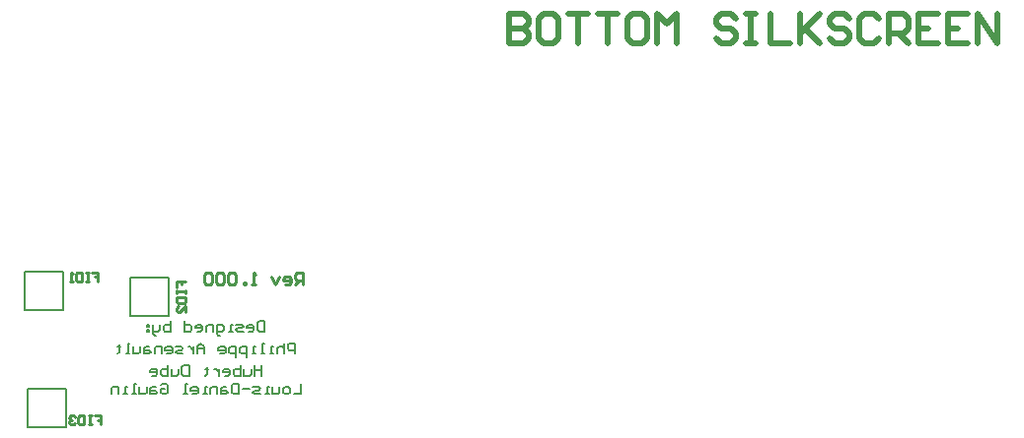
<source format=gbo>
G04*
G04 #@! TF.GenerationSoftware,Altium Limited,Altium Designer,21.2.2 (38)*
G04*
G04 Layer_Color=32896*
%FSLAX44Y44*%
%MOMM*%
G71*
G04*
G04 #@! TF.SameCoordinates,80088197-9D36-4DC1-8D3F-1B36901E71C6*
G04*
G04*
G04 #@! TF.FilePolarity,Positive*
G04*
G01*
G75*
%ADD11C,0.1270*%
%ADD12C,0.2540*%
%ADD13C,0.5080*%
%ADD49C,0.2032*%
%ADD50C,0.2286*%
D11*
X94817Y100931D02*
Y133951D01*
X127837Y100931D02*
Y133951D01*
X94817Y100931D02*
X127837D01*
X94817Y133951D02*
X127837D01*
X5052Y106253D02*
Y139273D01*
X38072Y106253D02*
Y139273D01*
X5052Y106253D02*
X38072D01*
X5052Y139273D02*
X38072D01*
X6801Y5803D02*
Y38823D01*
X39821Y5803D02*
Y38823D01*
X6801Y5803D02*
X39821D01*
X6801Y38823D02*
X39821D01*
D12*
X135104Y126067D02*
Y131145D01*
X138912D01*
Y128606D01*
Y131145D01*
X142721D01*
X135104Y123528D02*
Y120989D01*
Y122258D01*
X142721D01*
Y123528D01*
Y120989D01*
X135104Y117180D02*
X142721D01*
Y113371D01*
X141452Y112101D01*
X136373D01*
X135104Y113371D01*
Y117180D01*
X142721Y104484D02*
Y109562D01*
X137643Y104484D01*
X136373D01*
X135104Y105753D01*
Y108293D01*
X136373Y109562D01*
X62316Y138446D02*
X67394D01*
Y134637D01*
X64855D01*
X67394D01*
Y130829D01*
X59776Y138446D02*
X57237D01*
X58507D01*
Y130829D01*
X59776D01*
X57237D01*
X53428Y138446D02*
Y130829D01*
X49620D01*
X48350Y132098D01*
Y137177D01*
X49620Y138446D01*
X53428D01*
X45811Y130829D02*
X43272D01*
X44541D01*
Y138446D01*
X45811Y137177D01*
X64715Y15597D02*
X69794D01*
Y11788D01*
X67255D01*
X69794D01*
Y7980D01*
X62176Y15597D02*
X59637D01*
X60907D01*
Y7980D01*
X62176D01*
X59637D01*
X55828Y15597D02*
Y7980D01*
X52019D01*
X50750Y9249D01*
Y14327D01*
X52019Y15597D01*
X55828D01*
X48211Y14327D02*
X46941Y15597D01*
X44402D01*
X43132Y14327D01*
Y13058D01*
X44402Y11788D01*
X45671D01*
X44402D01*
X43132Y10519D01*
Y9249D01*
X44402Y7980D01*
X46941D01*
X48211Y9249D01*
D13*
X420179Y361493D02*
Y336101D01*
X432875D01*
X437107Y340333D01*
Y344565D01*
X432875Y348797D01*
X420179D01*
X432875D01*
X437107Y353029D01*
Y357261D01*
X432875Y361493D01*
X420179D01*
X458267D02*
X449803D01*
X445571Y357261D01*
Y340333D01*
X449803Y336101D01*
X458267D01*
X462499Y340333D01*
Y357261D01*
X458267Y361493D01*
X470963D02*
X487891D01*
X479427D01*
Y336101D01*
X496354Y361493D02*
X513282D01*
X504818D01*
Y336101D01*
X534442Y361493D02*
X525978D01*
X521746Y357261D01*
Y340333D01*
X525978Y336101D01*
X534442D01*
X538674Y340333D01*
Y357261D01*
X534442Y361493D01*
X547138Y336101D02*
Y361493D01*
X555602Y353029D01*
X564066Y361493D01*
Y336101D01*
X614850Y357261D02*
X610618Y361493D01*
X602154D01*
X597922Y357261D01*
Y353029D01*
X602154Y348797D01*
X610618D01*
X614850Y344565D01*
Y340333D01*
X610618Y336101D01*
X602154D01*
X597922Y340333D01*
X623313Y361493D02*
X631777D01*
X627546D01*
Y336101D01*
X623313D01*
X631777D01*
X644473Y361493D02*
Y336101D01*
X661401D01*
X669865Y361493D02*
Y336101D01*
Y344565D01*
X686793Y361493D01*
X674097Y348797D01*
X686793Y336101D01*
X712185Y357261D02*
X707953Y361493D01*
X699489D01*
X695257Y357261D01*
Y353029D01*
X699489Y348797D01*
X707953D01*
X712185Y344565D01*
Y340333D01*
X707953Y336101D01*
X699489D01*
X695257Y340333D01*
X737577Y357261D02*
X733345Y361493D01*
X724881D01*
X720649Y357261D01*
Y340333D01*
X724881Y336101D01*
X733345D01*
X737577Y340333D01*
X746040Y336101D02*
Y361493D01*
X758736D01*
X762968Y357261D01*
Y348797D01*
X758736Y344565D01*
X746040D01*
X754504D02*
X762968Y336101D01*
X788360Y361493D02*
X771432D01*
Y336101D01*
X788360D01*
X771432Y348797D02*
X779896D01*
X813752Y361493D02*
X796824D01*
Y336101D01*
X813752D01*
X796824Y348797D02*
X805288D01*
X822216Y336101D02*
Y361493D01*
X839144Y336101D01*
Y361493D01*
D49*
X210530Y96711D02*
Y87570D01*
X205959D01*
X204436Y89093D01*
Y95187D01*
X205959Y96711D01*
X210530D01*
X196818Y87570D02*
X199865D01*
X201389Y89093D01*
Y92140D01*
X199865Y93664D01*
X196818D01*
X195295Y92140D01*
Y90617D01*
X201389D01*
X192248Y87570D02*
X187677D01*
X186154Y89093D01*
X187677Y90617D01*
X190724D01*
X192248Y92140D01*
X190724Y93664D01*
X186154D01*
X183106Y87570D02*
X180060D01*
X181583D01*
Y93664D01*
X183106D01*
X172442Y84523D02*
X170919D01*
X169395Y86046D01*
Y93664D01*
X173965D01*
X175489Y92140D01*
Y89093D01*
X173965Y87570D01*
X169395D01*
X166348D02*
Y93664D01*
X161777D01*
X160254Y92140D01*
Y87570D01*
X152636D02*
X155683D01*
X157207Y89093D01*
Y92140D01*
X155683Y93664D01*
X152636D01*
X151113Y92140D01*
Y90617D01*
X157207D01*
X141972Y96711D02*
Y87570D01*
X146542D01*
X148066Y89093D01*
Y92140D01*
X146542Y93664D01*
X141972D01*
X129784Y96711D02*
Y87570D01*
X125213D01*
X123690Y89093D01*
Y90617D01*
Y92140D01*
X125213Y93664D01*
X129784D01*
X120643D02*
Y89093D01*
X119119Y87570D01*
X114549D01*
Y86046D01*
X116072Y84523D01*
X117596D01*
X114549Y87570D02*
Y93664D01*
X111502D02*
X109978D01*
Y92140D01*
X111502D01*
Y93664D01*
Y89093D02*
X109978D01*
Y87570D01*
X111502D01*
Y89093D01*
X236429Y68677D02*
Y77818D01*
X231859D01*
X230335Y76294D01*
Y73247D01*
X231859Y71724D01*
X236429D01*
X227288Y77818D02*
Y68677D01*
Y73247D01*
X225765Y74771D01*
X222718D01*
X221194Y73247D01*
Y68677D01*
X218147D02*
X215100D01*
X216624D01*
Y74771D01*
X218147D01*
X210530Y68677D02*
X207483D01*
X209006D01*
Y77818D01*
X210530D01*
X202912Y68677D02*
X199865D01*
X201389D01*
Y74771D01*
X202912D01*
X195295Y65630D02*
Y74771D01*
X190724D01*
X189201Y73247D01*
Y70200D01*
X190724Y68677D01*
X195295D01*
X186154Y65630D02*
Y74771D01*
X181583D01*
X180060Y73247D01*
Y70200D01*
X181583Y68677D01*
X186154D01*
X172442D02*
X175489D01*
X177013Y70200D01*
Y73247D01*
X175489Y74771D01*
X172442D01*
X170919Y73247D01*
Y71724D01*
X177013D01*
X158730Y68677D02*
Y74771D01*
X155683Y77818D01*
X152636Y74771D01*
Y68677D01*
Y73247D01*
X158730D01*
X149589Y74771D02*
Y68677D01*
Y71724D01*
X148066Y73247D01*
X146542Y74771D01*
X145019D01*
X140448Y68677D02*
X135878D01*
X134354Y70200D01*
X135878Y71724D01*
X138925D01*
X140448Y73247D01*
X138925Y74771D01*
X134354D01*
X126737Y68677D02*
X129784D01*
X131307Y70200D01*
Y73247D01*
X129784Y74771D01*
X126737D01*
X125213Y73247D01*
Y71724D01*
X131307D01*
X122166Y68677D02*
Y74771D01*
X117596D01*
X116072Y73247D01*
Y68677D01*
X111502Y74771D02*
X108455D01*
X106931Y73247D01*
Y68677D01*
X111502D01*
X113025Y70200D01*
X111502Y71724D01*
X106931D01*
X103884Y74771D02*
Y70200D01*
X102361Y68677D01*
X97790D01*
Y74771D01*
X94743Y68677D02*
X91696D01*
X93219D01*
Y77818D01*
X94743D01*
X85602Y76294D02*
Y74771D01*
X87126D01*
X84079D01*
X85602D01*
Y70200D01*
X84079Y68677D01*
X208244Y58925D02*
Y49784D01*
Y54354D01*
X202150D01*
Y58925D01*
Y49784D01*
X199103Y55878D02*
Y51307D01*
X197580Y49784D01*
X193009D01*
Y55878D01*
X189962Y58925D02*
Y49784D01*
X185392D01*
X183868Y51307D01*
Y52831D01*
Y54354D01*
X185392Y55878D01*
X189962D01*
X176251Y49784D02*
X179298D01*
X180821Y51307D01*
Y54354D01*
X179298Y55878D01*
X176251D01*
X174727Y54354D01*
Y52831D01*
X180821D01*
X171680Y55878D02*
Y49784D01*
Y52831D01*
X170157Y54354D01*
X168633Y55878D01*
X167110D01*
X161016Y57401D02*
Y55878D01*
X162539D01*
X159492D01*
X161016D01*
Y51307D01*
X159492Y49784D01*
X145781Y58925D02*
Y49784D01*
X141210D01*
X139686Y51307D01*
Y57401D01*
X141210Y58925D01*
X145781D01*
X136639Y55878D02*
Y51307D01*
X135116Y49784D01*
X130546D01*
Y55878D01*
X127498Y58925D02*
Y49784D01*
X122928D01*
X121404Y51307D01*
Y52831D01*
Y54354D01*
X122928Y55878D01*
X127498D01*
X113787Y49784D02*
X116834D01*
X118357Y51307D01*
Y54354D01*
X116834Y55878D01*
X113787D01*
X112263Y54354D01*
Y52831D01*
X118357D01*
X241762Y43079D02*
Y33938D01*
X235668D01*
X231097D02*
X228050D01*
X226527Y35461D01*
Y38508D01*
X228050Y40032D01*
X231097D01*
X232621Y38508D01*
Y35461D01*
X231097Y33938D01*
X223479Y40032D02*
Y35461D01*
X221956Y33938D01*
X217386D01*
Y40032D01*
X214338Y33938D02*
X211291D01*
X212815D01*
Y40032D01*
X214338D01*
X206721Y33938D02*
X202150D01*
X200627Y35461D01*
X202150Y36985D01*
X205197D01*
X206721Y38508D01*
X205197Y40032D01*
X200627D01*
X197580Y38508D02*
X191486D01*
X188439Y43079D02*
Y33938D01*
X183868D01*
X182345Y35461D01*
Y41555D01*
X183868Y43079D01*
X188439D01*
X177774Y40032D02*
X174727D01*
X173204Y38508D01*
Y33938D01*
X177774D01*
X179298Y35461D01*
X177774Y36985D01*
X173204D01*
X170157Y33938D02*
Y40032D01*
X165586D01*
X164063Y38508D01*
Y33938D01*
X161016D02*
X157969D01*
X159492D01*
Y40032D01*
X161016D01*
X148828Y33938D02*
X151875D01*
X153398Y35461D01*
Y38508D01*
X151875Y40032D01*
X148828D01*
X147304Y38508D01*
Y36985D01*
X153398D01*
X144257Y33938D02*
X141210D01*
X142733D01*
Y43079D01*
X144257D01*
X121404Y41555D02*
X122928Y43079D01*
X125975D01*
X127498Y41555D01*
Y35461D01*
X125975Y33938D01*
X122928D01*
X121404Y35461D01*
Y38508D01*
X124451D01*
X116834Y40032D02*
X113787D01*
X112263Y38508D01*
Y33938D01*
X116834D01*
X118357Y35461D01*
X116834Y36985D01*
X112263D01*
X109216Y40032D02*
Y35461D01*
X107693Y33938D01*
X103122D01*
Y40032D01*
X100075Y33938D02*
X97028D01*
X98552D01*
Y43079D01*
X100075D01*
X92458Y33938D02*
X89411D01*
X90934D01*
Y40032D01*
X92458D01*
X84840Y33938D02*
Y40032D01*
X80270D01*
X78746Y38508D01*
Y33938D01*
D50*
X243797Y128076D02*
Y138232D01*
X238719D01*
X237026Y136540D01*
Y133154D01*
X238719Y131461D01*
X243797D01*
X240411D02*
X237026Y128076D01*
X228562D02*
X231948D01*
X233640Y129768D01*
Y133154D01*
X231948Y134847D01*
X228562D01*
X226869Y133154D01*
Y131461D01*
X233640D01*
X223484Y134847D02*
X220098Y128076D01*
X216712Y134847D01*
X203170Y128076D02*
X199785D01*
X201477D01*
Y138232D01*
X203170Y136540D01*
X194706Y128076D02*
Y129768D01*
X193013D01*
Y128076D01*
X194706D01*
X186242Y136540D02*
X184550Y138232D01*
X181164D01*
X179471Y136540D01*
Y129768D01*
X181164Y128076D01*
X184550D01*
X186242Y129768D01*
Y136540D01*
X176086D02*
X174393Y138232D01*
X171007D01*
X169314Y136540D01*
Y129768D01*
X171007Y128076D01*
X174393D01*
X176086Y129768D01*
Y136540D01*
X165929D02*
X164236Y138232D01*
X160851D01*
X159158Y136540D01*
Y129768D01*
X160851Y128076D01*
X164236D01*
X165929Y129768D01*
Y136540D01*
M02*

</source>
